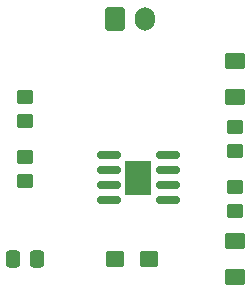
<source format=gbr>
%TF.GenerationSoftware,KiCad,Pcbnew,7.0.1*%
%TF.CreationDate,2023-04-24T16:24:41-07:00*%
%TF.ProjectId,Lab 3,4c616220-332e-46b6-9963-61645f706362,rev?*%
%TF.SameCoordinates,Original*%
%TF.FileFunction,Soldermask,Top*%
%TF.FilePolarity,Negative*%
%FSLAX46Y46*%
G04 Gerber Fmt 4.6, Leading zero omitted, Abs format (unit mm)*
G04 Created by KiCad (PCBNEW 7.0.1) date 2023-04-24 16:24:41*
%MOMM*%
%LPD*%
G01*
G04 APERTURE LIST*
G04 Aperture macros list*
%AMRoundRect*
0 Rectangle with rounded corners*
0 $1 Rounding radius*
0 $2 $3 $4 $5 $6 $7 $8 $9 X,Y pos of 4 corners*
0 Add a 4 corners polygon primitive as box body*
4,1,4,$2,$3,$4,$5,$6,$7,$8,$9,$2,$3,0*
0 Add four circle primitives for the rounded corners*
1,1,$1+$1,$2,$3*
1,1,$1+$1,$4,$5*
1,1,$1+$1,$6,$7*
1,1,$1+$1,$8,$9*
0 Add four rect primitives between the rounded corners*
20,1,$1+$1,$2,$3,$4,$5,0*
20,1,$1+$1,$4,$5,$6,$7,0*
20,1,$1+$1,$6,$7,$8,$9,0*
20,1,$1+$1,$8,$9,$2,$3,0*%
G04 Aperture macros list end*
%ADD10RoundRect,0.250000X-0.537500X-0.425000X0.537500X-0.425000X0.537500X0.425000X-0.537500X0.425000X0*%
%ADD11RoundRect,0.150000X-0.825000X-0.150000X0.825000X-0.150000X0.825000X0.150000X-0.825000X0.150000X0*%
%ADD12R,2.290000X3.000000*%
%ADD13RoundRect,0.250000X-0.450000X0.350000X-0.450000X-0.350000X0.450000X-0.350000X0.450000X0.350000X0*%
%ADD14RoundRect,0.250001X0.624999X-0.462499X0.624999X0.462499X-0.624999X0.462499X-0.624999X-0.462499X0*%
%ADD15RoundRect,0.250000X-0.337500X-0.475000X0.337500X-0.475000X0.337500X0.475000X-0.337500X0.475000X0*%
%ADD16RoundRect,0.250000X-0.600000X-0.750000X0.600000X-0.750000X0.600000X0.750000X-0.600000X0.750000X0*%
%ADD17O,1.700000X2.000000*%
G04 APERTURE END LIST*
D10*
%TO.C,C2*%
X152400000Y-93980000D03*
X155275000Y-93980000D03*
%TD*%
D11*
%TO.C,U1*%
X151895000Y-85205000D03*
X151895000Y-86475000D03*
X151895000Y-87745000D03*
X151895000Y-89015000D03*
X156845000Y-89015000D03*
X156845000Y-87745000D03*
X156845000Y-86475000D03*
X156845000Y-85205000D03*
D12*
X154370000Y-87110000D03*
%TD*%
D13*
%TO.C,R3*%
X144780000Y-85360000D03*
X144780000Y-87360000D03*
%TD*%
D14*
%TO.C,D1*%
X162560000Y-80227500D03*
X162560000Y-77252500D03*
%TD*%
%TO.C,D2*%
X162560000Y-95467500D03*
X162560000Y-92492500D03*
%TD*%
D15*
%TO.C,C1*%
X143742500Y-93980000D03*
X145817500Y-93980000D03*
%TD*%
D13*
%TO.C,R1*%
X144780000Y-80280000D03*
X144780000Y-82280000D03*
%TD*%
%TO.C,R4*%
X162560000Y-87900000D03*
X162560000Y-89900000D03*
%TD*%
D16*
%TO.C,J1*%
X152400000Y-73660000D03*
D17*
X154900000Y-73660000D03*
%TD*%
D13*
%TO.C,R2*%
X162560000Y-82820000D03*
X162560000Y-84820000D03*
%TD*%
M02*

</source>
